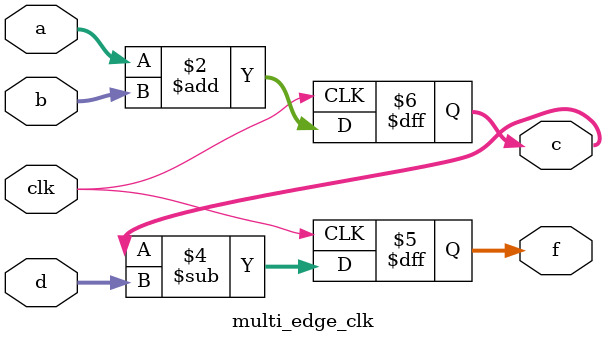
<source format=v>
module multi_edge_clk (a, b,d,c, f, clk);
    input clk;
    input [7:0] a, b, d;
    output reg [7:0]c;
    output reg [7:0]f;
   
    always @(posedge clk)
        c <= a + b;

    always @(negedge clk)
        f <= c - d;

endmodule

</source>
